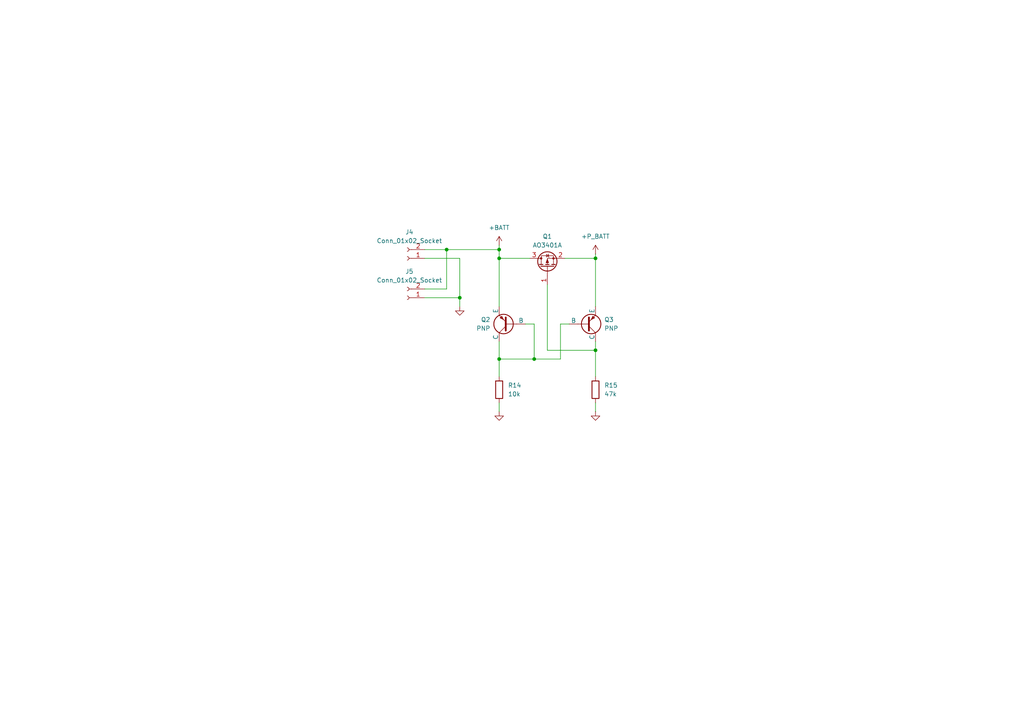
<source format=kicad_sch>
(kicad_sch
	(version 20231120)
	(generator "eeschema")
	(generator_version "8.0")
	(uuid "51c29702-ca85-4925-b7e4-7e8adf32f674")
	(paper "A4")
	(lib_symbols
		(symbol "Connector:Conn_01x02_Socket"
			(pin_names
				(offset 1.016) hide)
			(exclude_from_sim no)
			(in_bom yes)
			(on_board yes)
			(property "Reference" "J"
				(at 0 2.54 0)
				(effects
					(font
						(size 1.27 1.27)
					)
				)
			)
			(property "Value" "Conn_01x02_Socket"
				(at 0 -5.08 0)
				(effects
					(font
						(size 1.27 1.27)
					)
				)
			)
			(property "Footprint" ""
				(at 0 0 0)
				(effects
					(font
						(size 1.27 1.27)
					)
					(hide yes)
				)
			)
			(property "Datasheet" "~"
				(at 0 0 0)
				(effects
					(font
						(size 1.27 1.27)
					)
					(hide yes)
				)
			)
			(property "Description" "Generic connector, single row, 01x02, script generated"
				(at 0 0 0)
				(effects
					(font
						(size 1.27 1.27)
					)
					(hide yes)
				)
			)
			(property "ki_locked" ""
				(at 0 0 0)
				(effects
					(font
						(size 1.27 1.27)
					)
				)
			)
			(property "ki_keywords" "connector"
				(at 0 0 0)
				(effects
					(font
						(size 1.27 1.27)
					)
					(hide yes)
				)
			)
			(property "ki_fp_filters" "Connector*:*_1x??_*"
				(at 0 0 0)
				(effects
					(font
						(size 1.27 1.27)
					)
					(hide yes)
				)
			)
			(symbol "Conn_01x02_Socket_1_1"
				(arc
					(start 0 -2.032)
					(mid -0.5058 -2.54)
					(end 0 -3.048)
					(stroke
						(width 0.1524)
						(type default)
					)
					(fill
						(type none)
					)
				)
				(polyline
					(pts
						(xy -1.27 -2.54) (xy -0.508 -2.54)
					)
					(stroke
						(width 0.1524)
						(type default)
					)
					(fill
						(type none)
					)
				)
				(polyline
					(pts
						(xy -1.27 0) (xy -0.508 0)
					)
					(stroke
						(width 0.1524)
						(type default)
					)
					(fill
						(type none)
					)
				)
				(arc
					(start 0 0.508)
					(mid -0.5058 0)
					(end 0 -0.508)
					(stroke
						(width 0.1524)
						(type default)
					)
					(fill
						(type none)
					)
				)
				(pin passive line
					(at -5.08 0 0)
					(length 3.81)
					(name "Pin_1"
						(effects
							(font
								(size 1.27 1.27)
							)
						)
					)
					(number "1"
						(effects
							(font
								(size 1.27 1.27)
							)
						)
					)
				)
				(pin passive line
					(at -5.08 -2.54 0)
					(length 3.81)
					(name "Pin_2"
						(effects
							(font
								(size 1.27 1.27)
							)
						)
					)
					(number "2"
						(effects
							(font
								(size 1.27 1.27)
							)
						)
					)
				)
			)
		)
		(symbol "Device:R"
			(pin_numbers hide)
			(pin_names
				(offset 0)
			)
			(exclude_from_sim no)
			(in_bom yes)
			(on_board yes)
			(property "Reference" "R"
				(at 2.032 0 90)
				(effects
					(font
						(size 1.27 1.27)
					)
				)
			)
			(property "Value" "R"
				(at 0 0 90)
				(effects
					(font
						(size 1.27 1.27)
					)
				)
			)
			(property "Footprint" ""
				(at -1.778 0 90)
				(effects
					(font
						(size 1.27 1.27)
					)
					(hide yes)
				)
			)
			(property "Datasheet" "~"
				(at 0 0 0)
				(effects
					(font
						(size 1.27 1.27)
					)
					(hide yes)
				)
			)
			(property "Description" "Resistor"
				(at 0 0 0)
				(effects
					(font
						(size 1.27 1.27)
					)
					(hide yes)
				)
			)
			(property "ki_keywords" "R res resistor"
				(at 0 0 0)
				(effects
					(font
						(size 1.27 1.27)
					)
					(hide yes)
				)
			)
			(property "ki_fp_filters" "R_*"
				(at 0 0 0)
				(effects
					(font
						(size 1.27 1.27)
					)
					(hide yes)
				)
			)
			(symbol "R_0_1"
				(rectangle
					(start -1.016 -2.54)
					(end 1.016 2.54)
					(stroke
						(width 0.254)
						(type default)
					)
					(fill
						(type none)
					)
				)
			)
			(symbol "R_1_1"
				(pin passive line
					(at 0 3.81 270)
					(length 1.27)
					(name "~"
						(effects
							(font
								(size 1.27 1.27)
							)
						)
					)
					(number "1"
						(effects
							(font
								(size 1.27 1.27)
							)
						)
					)
				)
				(pin passive line
					(at 0 -3.81 90)
					(length 1.27)
					(name "~"
						(effects
							(font
								(size 1.27 1.27)
							)
						)
					)
					(number "2"
						(effects
							(font
								(size 1.27 1.27)
							)
						)
					)
				)
			)
		)
		(symbol "Simulation_SPICE:PNP"
			(pin_numbers hide)
			(pin_names
				(offset 0)
			)
			(exclude_from_sim no)
			(in_bom yes)
			(on_board yes)
			(property "Reference" "Q"
				(at -2.54 7.62 0)
				(effects
					(font
						(size 1.27 1.27)
					)
				)
			)
			(property "Value" "PNP"
				(at -2.54 5.08 0)
				(effects
					(font
						(size 1.27 1.27)
					)
				)
			)
			(property "Footprint" ""
				(at 35.56 0 0)
				(effects
					(font
						(size 1.27 1.27)
					)
					(hide yes)
				)
			)
			(property "Datasheet" "https://ngspice.sourceforge.io/docs/ngspice-html-manual/manual.xhtml#cha_BJTs"
				(at 35.56 0 0)
				(effects
					(font
						(size 1.27 1.27)
					)
					(hide yes)
				)
			)
			(property "Description" "Bipolar transistor symbol for simulation only, substrate tied to the emitter"
				(at 0 0 0)
				(effects
					(font
						(size 1.27 1.27)
					)
					(hide yes)
				)
			)
			(property "Sim.Device" "PNP"
				(at 0 0 0)
				(effects
					(font
						(size 1.27 1.27)
					)
					(hide yes)
				)
			)
			(property "Sim.Type" "GUMMELPOON"
				(at 0 0 0)
				(effects
					(font
						(size 1.27 1.27)
					)
					(hide yes)
				)
			)
			(property "Sim.Pins" "1=C 2=B 3=E"
				(at 0 0 0)
				(effects
					(font
						(size 1.27 1.27)
					)
					(hide yes)
				)
			)
			(property "ki_keywords" "simulation"
				(at 0 0 0)
				(effects
					(font
						(size 1.27 1.27)
					)
					(hide yes)
				)
			)
			(symbol "PNP_0_1"
				(polyline
					(pts
						(xy -2.54 0) (xy 0.635 0)
					)
					(stroke
						(width 0.1524)
						(type default)
					)
					(fill
						(type none)
					)
				)
				(polyline
					(pts
						(xy 0.635 0.635) (xy 2.54 2.54)
					)
					(stroke
						(width 0)
						(type default)
					)
					(fill
						(type none)
					)
				)
				(polyline
					(pts
						(xy 0.635 -0.635) (xy 2.54 -2.54) (xy 2.54 -2.54)
					)
					(stroke
						(width 0)
						(type default)
					)
					(fill
						(type none)
					)
				)
				(polyline
					(pts
						(xy 0.635 1.905) (xy 0.635 -1.905) (xy 0.635 -1.905)
					)
					(stroke
						(width 0.508)
						(type default)
					)
					(fill
						(type none)
					)
				)
				(polyline
					(pts
						(xy 2.286 -1.778) (xy 1.778 -2.286) (xy 1.27 -1.27) (xy 2.286 -1.778) (xy 2.286 -1.778)
					)
					(stroke
						(width 0)
						(type default)
					)
					(fill
						(type outline)
					)
				)
				(circle
					(center 1.27 0)
					(radius 2.8194)
					(stroke
						(width 0.254)
						(type default)
					)
					(fill
						(type none)
					)
				)
			)
			(symbol "PNP_1_1"
				(pin open_collector line
					(at 2.54 5.08 270)
					(length 2.54)
					(name "C"
						(effects
							(font
								(size 1.27 1.27)
							)
						)
					)
					(number "1"
						(effects
							(font
								(size 1.27 1.27)
							)
						)
					)
				)
				(pin input line
					(at -5.08 0 0)
					(length 2.54)
					(name "B"
						(effects
							(font
								(size 1.27 1.27)
							)
						)
					)
					(number "2"
						(effects
							(font
								(size 1.27 1.27)
							)
						)
					)
				)
				(pin open_emitter line
					(at 2.54 -5.08 90)
					(length 2.54)
					(name "E"
						(effects
							(font
								(size 1.27 1.27)
							)
						)
					)
					(number "3"
						(effects
							(font
								(size 1.27 1.27)
							)
						)
					)
				)
			)
		)
		(symbol "Transistor_FET:AO3401A"
			(pin_names hide)
			(exclude_from_sim no)
			(in_bom yes)
			(on_board yes)
			(property "Reference" "Q"
				(at 5.08 1.905 0)
				(effects
					(font
						(size 1.27 1.27)
					)
					(justify left)
				)
			)
			(property "Value" "AO3401A"
				(at 5.08 0 0)
				(effects
					(font
						(size 1.27 1.27)
					)
					(justify left)
				)
			)
			(property "Footprint" "Package_TO_SOT_SMD:SOT-23"
				(at 5.08 -1.905 0)
				(effects
					(font
						(size 1.27 1.27)
						(italic yes)
					)
					(justify left)
					(hide yes)
				)
			)
			(property "Datasheet" "http://www.aosmd.com/pdfs/datasheet/AO3401A.pdf"
				(at 5.08 -3.81 0)
				(effects
					(font
						(size 1.27 1.27)
					)
					(justify left)
					(hide yes)
				)
			)
			(property "Description" "-4.0A Id, -30V Vds, P-Channel MOSFET, SOT-23"
				(at 0 0 0)
				(effects
					(font
						(size 1.27 1.27)
					)
					(hide yes)
				)
			)
			(property "ki_keywords" "P-Channel MOSFET"
				(at 0 0 0)
				(effects
					(font
						(size 1.27 1.27)
					)
					(hide yes)
				)
			)
			(property "ki_fp_filters" "SOT?23*"
				(at 0 0 0)
				(effects
					(font
						(size 1.27 1.27)
					)
					(hide yes)
				)
			)
			(symbol "AO3401A_0_1"
				(polyline
					(pts
						(xy 0.254 0) (xy -2.54 0)
					)
					(stroke
						(width 0)
						(type default)
					)
					(fill
						(type none)
					)
				)
				(polyline
					(pts
						(xy 0.254 1.905) (xy 0.254 -1.905)
					)
					(stroke
						(width 0.254)
						(type default)
					)
					(fill
						(type none)
					)
				)
				(polyline
					(pts
						(xy 0.762 -1.27) (xy 0.762 -2.286)
					)
					(stroke
						(width 0.254)
						(type default)
					)
					(fill
						(type none)
					)
				)
				(polyline
					(pts
						(xy 0.762 0.508) (xy 0.762 -0.508)
					)
					(stroke
						(width 0.254)
						(type default)
					)
					(fill
						(type none)
					)
				)
				(polyline
					(pts
						(xy 0.762 2.286) (xy 0.762 1.27)
					)
					(stroke
						(width 0.254)
						(type default)
					)
					(fill
						(type none)
					)
				)
				(polyline
					(pts
						(xy 2.54 2.54) (xy 2.54 1.778)
					)
					(stroke
						(width 0)
						(type default)
					)
					(fill
						(type none)
					)
				)
				(polyline
					(pts
						(xy 2.54 -2.54) (xy 2.54 0) (xy 0.762 0)
					)
					(stroke
						(width 0)
						(type default)
					)
					(fill
						(type none)
					)
				)
				(polyline
					(pts
						(xy 0.762 1.778) (xy 3.302 1.778) (xy 3.302 -1.778) (xy 0.762 -1.778)
					)
					(stroke
						(width 0)
						(type default)
					)
					(fill
						(type none)
					)
				)
				(polyline
					(pts
						(xy 2.286 0) (xy 1.27 0.381) (xy 1.27 -0.381) (xy 2.286 0)
					)
					(stroke
						(width 0)
						(type default)
					)
					(fill
						(type outline)
					)
				)
				(polyline
					(pts
						(xy 2.794 -0.508) (xy 2.921 -0.381) (xy 3.683 -0.381) (xy 3.81 -0.254)
					)
					(stroke
						(width 0)
						(type default)
					)
					(fill
						(type none)
					)
				)
				(polyline
					(pts
						(xy 3.302 -0.381) (xy 2.921 0.254) (xy 3.683 0.254) (xy 3.302 -0.381)
					)
					(stroke
						(width 0)
						(type default)
					)
					(fill
						(type none)
					)
				)
				(circle
					(center 1.651 0)
					(radius 2.794)
					(stroke
						(width 0.254)
						(type default)
					)
					(fill
						(type none)
					)
				)
				(circle
					(center 2.54 -1.778)
					(radius 0.254)
					(stroke
						(width 0)
						(type default)
					)
					(fill
						(type outline)
					)
				)
				(circle
					(center 2.54 1.778)
					(radius 0.254)
					(stroke
						(width 0)
						(type default)
					)
					(fill
						(type outline)
					)
				)
			)
			(symbol "AO3401A_1_1"
				(pin input line
					(at -5.08 0 0)
					(length 2.54)
					(name "G"
						(effects
							(font
								(size 1.27 1.27)
							)
						)
					)
					(number "1"
						(effects
							(font
								(size 1.27 1.27)
							)
						)
					)
				)
				(pin passive line
					(at 2.54 -5.08 90)
					(length 2.54)
					(name "S"
						(effects
							(font
								(size 1.27 1.27)
							)
						)
					)
					(number "2"
						(effects
							(font
								(size 1.27 1.27)
							)
						)
					)
				)
				(pin passive line
					(at 2.54 5.08 270)
					(length 2.54)
					(name "D"
						(effects
							(font
								(size 1.27 1.27)
							)
						)
					)
					(number "3"
						(effects
							(font
								(size 1.27 1.27)
							)
						)
					)
				)
			)
		)
		(symbol "power:+BATT"
			(power)
			(pin_numbers hide)
			(pin_names
				(offset 0) hide)
			(exclude_from_sim no)
			(in_bom yes)
			(on_board yes)
			(property "Reference" "#PWR"
				(at 0 -3.81 0)
				(effects
					(font
						(size 1.27 1.27)
					)
					(hide yes)
				)
			)
			(property "Value" "+BATT"
				(at 0 3.556 0)
				(effects
					(font
						(size 1.27 1.27)
					)
				)
			)
			(property "Footprint" ""
				(at 0 0 0)
				(effects
					(font
						(size 1.27 1.27)
					)
					(hide yes)
				)
			)
			(property "Datasheet" ""
				(at 0 0 0)
				(effects
					(font
						(size 1.27 1.27)
					)
					(hide yes)
				)
			)
			(property "Description" "Power symbol creates a global label with name \"+BATT\""
				(at 0 0 0)
				(effects
					(font
						(size 1.27 1.27)
					)
					(hide yes)
				)
			)
			(property "ki_keywords" "global power battery"
				(at 0 0 0)
				(effects
					(font
						(size 1.27 1.27)
					)
					(hide yes)
				)
			)
			(symbol "+BATT_0_1"
				(polyline
					(pts
						(xy -0.762 1.27) (xy 0 2.54)
					)
					(stroke
						(width 0)
						(type default)
					)
					(fill
						(type none)
					)
				)
				(polyline
					(pts
						(xy 0 0) (xy 0 2.54)
					)
					(stroke
						(width 0)
						(type default)
					)
					(fill
						(type none)
					)
				)
				(polyline
					(pts
						(xy 0 2.54) (xy 0.762 1.27)
					)
					(stroke
						(width 0)
						(type default)
					)
					(fill
						(type none)
					)
				)
			)
			(symbol "+BATT_1_1"
				(pin power_in line
					(at 0 0 90)
					(length 0)
					(name "~"
						(effects
							(font
								(size 1.27 1.27)
							)
						)
					)
					(number "1"
						(effects
							(font
								(size 1.27 1.27)
							)
						)
					)
				)
			)
		)
		(symbol "power:GND"
			(power)
			(pin_numbers hide)
			(pin_names
				(offset 0) hide)
			(exclude_from_sim no)
			(in_bom yes)
			(on_board yes)
			(property "Reference" "#PWR"
				(at 0 -6.35 0)
				(effects
					(font
						(size 1.27 1.27)
					)
					(hide yes)
				)
			)
			(property "Value" "GND"
				(at 0 -3.81 0)
				(effects
					(font
						(size 1.27 1.27)
					)
				)
			)
			(property "Footprint" ""
				(at 0 0 0)
				(effects
					(font
						(size 1.27 1.27)
					)
					(hide yes)
				)
			)
			(property "Datasheet" ""
				(at 0 0 0)
				(effects
					(font
						(size 1.27 1.27)
					)
					(hide yes)
				)
			)
			(property "Description" "Power symbol creates a global label with name \"GND\" , ground"
				(at 0 0 0)
				(effects
					(font
						(size 1.27 1.27)
					)
					(hide yes)
				)
			)
			(property "ki_keywords" "global power"
				(at 0 0 0)
				(effects
					(font
						(size 1.27 1.27)
					)
					(hide yes)
				)
			)
			(symbol "GND_0_1"
				(polyline
					(pts
						(xy 0 0) (xy 0 -1.27) (xy 1.27 -1.27) (xy 0 -2.54) (xy -1.27 -1.27) (xy 0 -1.27)
					)
					(stroke
						(width 0)
						(type default)
					)
					(fill
						(type none)
					)
				)
			)
			(symbol "GND_1_1"
				(pin power_in line
					(at 0 0 270)
					(length 0)
					(name "~"
						(effects
							(font
								(size 1.27 1.27)
							)
						)
					)
					(number "1"
						(effects
							(font
								(size 1.27 1.27)
							)
						)
					)
				)
			)
		)
	)
	(junction
		(at 144.78 72.39)
		(diameter 0)
		(color 0 0 0 0)
		(uuid "04b06761-a80d-440c-8618-98d0fca1e313")
	)
	(junction
		(at 129.54 72.39)
		(diameter 0)
		(color 0 0 0 0)
		(uuid "3bbff239-a9c3-45ce-8971-8b5bee8f49ec")
	)
	(junction
		(at 172.72 74.93)
		(diameter 0)
		(color 0 0 0 0)
		(uuid "75c61e7c-86ab-4420-889f-af6fc56c2038")
	)
	(junction
		(at 154.94 104.14)
		(diameter 0)
		(color 0 0 0 0)
		(uuid "935e3aa3-22be-4aa9-b263-29dbe26d5aae")
	)
	(junction
		(at 144.78 104.14)
		(diameter 0)
		(color 0 0 0 0)
		(uuid "9b58cbf9-2536-4107-bb54-00845f5746cf")
	)
	(junction
		(at 144.78 74.93)
		(diameter 0)
		(color 0 0 0 0)
		(uuid "a9c90890-8cfa-4181-9444-9fe756d21848")
	)
	(junction
		(at 133.35 86.36)
		(diameter 0)
		(color 0 0 0 0)
		(uuid "e40fdb09-e36a-4a92-a91f-2c5233fee951")
	)
	(junction
		(at 172.72 101.6)
		(diameter 0)
		(color 0 0 0 0)
		(uuid "f6938f90-3b8e-4274-98d2-c29cb0bc06c5")
	)
	(wire
		(pts
			(xy 144.78 116.84) (xy 144.78 119.38)
		)
		(stroke
			(width 0)
			(type default)
		)
		(uuid "025e48ea-7dd1-4f97-a533-ad285fa2139f")
	)
	(wire
		(pts
			(xy 158.75 82.55) (xy 158.75 101.6)
		)
		(stroke
			(width 0)
			(type default)
		)
		(uuid "0595569b-33e9-405b-9c3b-27d188b5daaa")
	)
	(wire
		(pts
			(xy 154.94 104.14) (xy 144.78 104.14)
		)
		(stroke
			(width 0)
			(type default)
		)
		(uuid "05a29def-51c0-4ec5-9b9e-b9a2a56f95e0")
	)
	(wire
		(pts
			(xy 172.72 116.84) (xy 172.72 119.38)
		)
		(stroke
			(width 0)
			(type default)
		)
		(uuid "106acd85-f667-4b54-bc07-ef0d5ce31a8a")
	)
	(wire
		(pts
			(xy 129.54 83.82) (xy 129.54 72.39)
		)
		(stroke
			(width 0)
			(type default)
		)
		(uuid "15bca004-5659-4289-976b-8be8d8f29273")
	)
	(wire
		(pts
			(xy 165.1 93.98) (xy 162.56 93.98)
		)
		(stroke
			(width 0)
			(type default)
		)
		(uuid "16abe00f-69a1-44b5-b3ba-b46e32084604")
	)
	(wire
		(pts
			(xy 144.78 74.93) (xy 144.78 88.9)
		)
		(stroke
			(width 0)
			(type default)
		)
		(uuid "19fdcb3c-2241-421f-80f6-69d13ad84a6f")
	)
	(wire
		(pts
			(xy 123.19 72.39) (xy 129.54 72.39)
		)
		(stroke
			(width 0)
			(type default)
		)
		(uuid "22af9abf-5d8f-4330-902e-06a520421595")
	)
	(wire
		(pts
			(xy 123.19 74.93) (xy 133.35 74.93)
		)
		(stroke
			(width 0)
			(type default)
		)
		(uuid "24e58a40-6990-4a6a-b3f0-7738abac1c71")
	)
	(wire
		(pts
			(xy 172.72 99.06) (xy 172.72 101.6)
		)
		(stroke
			(width 0)
			(type default)
		)
		(uuid "2e202170-0658-4d77-b78e-875249459e78")
	)
	(wire
		(pts
			(xy 172.72 73.66) (xy 172.72 74.93)
		)
		(stroke
			(width 0)
			(type default)
		)
		(uuid "5c934674-1f3b-473a-a870-e89a16d66939")
	)
	(wire
		(pts
			(xy 144.78 72.39) (xy 144.78 74.93)
		)
		(stroke
			(width 0)
			(type default)
		)
		(uuid "643bdb15-e88d-4d11-8066-bf2240184b35")
	)
	(wire
		(pts
			(xy 172.72 74.93) (xy 163.83 74.93)
		)
		(stroke
			(width 0)
			(type default)
		)
		(uuid "742fc062-6786-4812-b27e-405c075eba25")
	)
	(wire
		(pts
			(xy 172.72 101.6) (xy 172.72 109.22)
		)
		(stroke
			(width 0)
			(type default)
		)
		(uuid "7b2da3bb-1fd4-4ff8-81f0-f61a4a279e64")
	)
	(wire
		(pts
			(xy 154.94 93.98) (xy 154.94 104.14)
		)
		(stroke
			(width 0)
			(type default)
		)
		(uuid "7ba79db4-936a-40f1-9629-1ca40afa985f")
	)
	(wire
		(pts
			(xy 144.78 74.93) (xy 153.67 74.93)
		)
		(stroke
			(width 0)
			(type default)
		)
		(uuid "7c65dfe9-4087-436a-9621-117e38a42f38")
	)
	(wire
		(pts
			(xy 123.19 86.36) (xy 133.35 86.36)
		)
		(stroke
			(width 0)
			(type default)
		)
		(uuid "8001a14b-b6dd-45c0-844e-2bd816fa2ee5")
	)
	(wire
		(pts
			(xy 172.72 74.93) (xy 172.72 88.9)
		)
		(stroke
			(width 0)
			(type default)
		)
		(uuid "8172bc7d-1506-4e18-b8f3-f2a063e7e53f")
	)
	(wire
		(pts
			(xy 133.35 74.93) (xy 133.35 86.36)
		)
		(stroke
			(width 0)
			(type default)
		)
		(uuid "83fedca3-1375-471c-ae99-c580d17b425a")
	)
	(wire
		(pts
			(xy 144.78 104.14) (xy 144.78 109.22)
		)
		(stroke
			(width 0)
			(type default)
		)
		(uuid "9fe642f1-5014-43ef-8742-f18ee48ea74d")
	)
	(wire
		(pts
			(xy 144.78 71.12) (xy 144.78 72.39)
		)
		(stroke
			(width 0)
			(type default)
		)
		(uuid "b245fd64-bfe6-4f2e-a50b-fa0747927ec6")
	)
	(wire
		(pts
			(xy 162.56 93.98) (xy 162.56 104.14)
		)
		(stroke
			(width 0)
			(type default)
		)
		(uuid "b517a672-7b6f-424f-81a6-cf4159cc733f")
	)
	(wire
		(pts
			(xy 133.35 86.36) (xy 133.35 88.9)
		)
		(stroke
			(width 0)
			(type default)
		)
		(uuid "b792efb9-24f7-4b56-ab24-82da3353d58c")
	)
	(wire
		(pts
			(xy 129.54 72.39) (xy 144.78 72.39)
		)
		(stroke
			(width 0)
			(type default)
		)
		(uuid "c8447477-1ebd-4e49-b98c-f9fa04e2d883")
	)
	(wire
		(pts
			(xy 152.4 93.98) (xy 154.94 93.98)
		)
		(stroke
			(width 0)
			(type default)
		)
		(uuid "dadafa0e-20f3-45e8-b62c-cfa2bbd1058a")
	)
	(wire
		(pts
			(xy 144.78 99.06) (xy 144.78 104.14)
		)
		(stroke
			(width 0)
			(type default)
		)
		(uuid "dc1b2237-adcd-4932-8ba5-6a315699f9e8")
	)
	(wire
		(pts
			(xy 162.56 104.14) (xy 154.94 104.14)
		)
		(stroke
			(width 0)
			(type default)
		)
		(uuid "e2dba397-b25b-41e2-beb5-bab842240b9a")
	)
	(wire
		(pts
			(xy 123.19 83.82) (xy 129.54 83.82)
		)
		(stroke
			(width 0)
			(type default)
		)
		(uuid "e5467030-1272-4a5d-a292-82dabd342232")
	)
	(wire
		(pts
			(xy 158.75 101.6) (xy 172.72 101.6)
		)
		(stroke
			(width 0)
			(type default)
		)
		(uuid "eb15c04f-275a-4231-9027-8d8ab32fec8a")
	)
	(symbol
		(lib_id "power:+BATT")
		(at 144.78 71.12 0)
		(unit 1)
		(exclude_from_sim no)
		(in_bom yes)
		(on_board yes)
		(dnp no)
		(fields_autoplaced yes)
		(uuid "056dc9e4-3bd2-4dd3-8c5f-ec8103c3c18a")
		(property "Reference" "#PWR046"
			(at 144.78 74.93 0)
			(effects
				(font
					(size 1.27 1.27)
				)
				(hide yes)
			)
		)
		(property "Value" "+BATT"
			(at 144.78 66.04 0)
			(effects
				(font
					(size 1.27 1.27)
				)
			)
		)
		(property "Footprint" ""
			(at 144.78 71.12 0)
			(effects
				(font
					(size 1.27 1.27)
				)
				(hide yes)
			)
		)
		(property "Datasheet" ""
			(at 144.78 71.12 0)
			(effects
				(font
					(size 1.27 1.27)
				)
				(hide yes)
			)
		)
		(property "Description" "Power symbol creates a global label with name \"+BATT\""
			(at 144.78 71.12 0)
			(effects
				(font
					(size 1.27 1.27)
				)
				(hide yes)
			)
		)
		(pin "1"
			(uuid "2d50bd01-ee31-4d67-b556-51d6f6b429b4")
		)
		(instances
			(project ""
				(path "/9f0161d0-326e-4ea6-b280-8727e2fd4ed6/6337b869-cbba-4fc8-9285-22cac5a7eab1"
					(reference "#PWR046")
					(unit 1)
				)
			)
		)
	)
	(symbol
		(lib_id "power:GND")
		(at 144.78 119.38 0)
		(unit 1)
		(exclude_from_sim no)
		(in_bom yes)
		(on_board yes)
		(dnp no)
		(fields_autoplaced yes)
		(uuid "144a1265-4b21-4328-8167-b4c9e9dd5626")
		(property "Reference" "#PWR048"
			(at 144.78 125.73 0)
			(effects
				(font
					(size 1.27 1.27)
				)
				(hide yes)
			)
		)
		(property "Value" "GND"
			(at 144.78 124.46 0)
			(effects
				(font
					(size 1.27 1.27)
				)
				(hide yes)
			)
		)
		(property "Footprint" ""
			(at 144.78 119.38 0)
			(effects
				(font
					(size 1.27 1.27)
				)
				(hide yes)
			)
		)
		(property "Datasheet" ""
			(at 144.78 119.38 0)
			(effects
				(font
					(size 1.27 1.27)
				)
				(hide yes)
			)
		)
		(property "Description" "Power symbol creates a global label with name \"GND\" , ground"
			(at 144.78 119.38 0)
			(effects
				(font
					(size 1.27 1.27)
				)
				(hide yes)
			)
		)
		(pin "1"
			(uuid "2dbcbc90-a8a1-4d90-956d-7d10db769af9")
		)
		(instances
			(project "V1.02"
				(path "/9f0161d0-326e-4ea6-b280-8727e2fd4ed6/6337b869-cbba-4fc8-9285-22cac5a7eab1"
					(reference "#PWR048")
					(unit 1)
				)
			)
		)
	)
	(symbol
		(lib_id "Transistor_FET:AO3401A")
		(at 158.75 77.47 90)
		(unit 1)
		(exclude_from_sim no)
		(in_bom yes)
		(on_board yes)
		(dnp no)
		(fields_autoplaced yes)
		(uuid "145a1924-033c-462a-9af6-aca1247dcf0d")
		(property "Reference" "Q1"
			(at 158.75 68.58 90)
			(effects
				(font
					(size 1.27 1.27)
				)
			)
		)
		(property "Value" "AO3401A"
			(at 158.75 71.12 90)
			(effects
				(font
					(size 1.27 1.27)
				)
			)
		)
		(property "Footprint" "Package_TO_SOT_SMD:SOT-23"
			(at 160.655 72.39 0)
			(effects
				(font
					(size 1.27 1.27)
					(italic yes)
				)
				(justify left)
				(hide yes)
			)
		)
		(property "Datasheet" "http://www.aosmd.com/pdfs/datasheet/AO3401A.pdf"
			(at 162.56 72.39 0)
			(effects
				(font
					(size 1.27 1.27)
				)
				(justify left)
				(hide yes)
			)
		)
		(property "Description" "-4.0A Id, -30V Vds, P-Channel MOSFET, SOT-23"
			(at 158.75 77.47 0)
			(effects
				(font
					(size 1.27 1.27)
				)
				(hide yes)
			)
		)
		(pin "1"
			(uuid "e135add8-72c4-4f30-9fdd-5324588ae78f")
		)
		(pin "3"
			(uuid "d4eeb5b8-9fc8-49ae-b600-4c65482dd157")
		)
		(pin "2"
			(uuid "24c4ae3b-11fb-400b-b88f-a4576047dfb6")
		)
		(instances
			(project ""
				(path "/9f0161d0-326e-4ea6-b280-8727e2fd4ed6/6337b869-cbba-4fc8-9285-22cac5a7eab1"
					(reference "Q1")
					(unit 1)
				)
			)
		)
	)
	(symbol
		(lib_id "Simulation_SPICE:PNP")
		(at 170.18 93.98 0)
		(mirror x)
		(unit 1)
		(exclude_from_sim no)
		(in_bom yes)
		(on_board yes)
		(dnp no)
		(uuid "30b86d56-73ac-4fe1-b2d1-7f6146c07044")
		(property "Reference" "Q3"
			(at 175.26 92.7099 0)
			(effects
				(font
					(size 1.27 1.27)
				)
				(justify left)
			)
		)
		(property "Value" "PNP"
			(at 175.26 95.2499 0)
			(effects
				(font
					(size 1.27 1.27)
				)
				(justify left)
			)
		)
		(property "Footprint" "Package_TO_SOT_SMD:TSOT-23_HandSoldering"
			(at 205.74 93.98 0)
			(effects
				(font
					(size 1.27 1.27)
				)
				(hide yes)
			)
		)
		(property "Datasheet" "https://ngspice.sourceforge.io/docs/ngspice-html-manual/manual.xhtml#cha_BJTs"
			(at 205.74 93.98 0)
			(effects
				(font
					(size 1.27 1.27)
				)
				(hide yes)
			)
		)
		(property "Description" "Bipolar transistor symbol for simulation only, substrate tied to the emitter"
			(at 170.18 93.98 0)
			(effects
				(font
					(size 1.27 1.27)
				)
				(hide yes)
			)
		)
		(property "Sim.Device" "PNP"
			(at 170.18 93.98 0)
			(effects
				(font
					(size 1.27 1.27)
				)
				(hide yes)
			)
		)
		(property "Sim.Type" "GUMMELPOON"
			(at 170.18 93.98 0)
			(effects
				(font
					(size 1.27 1.27)
				)
				(hide yes)
			)
		)
		(property "Sim.Pins" "1=C 2=B 3=E"
			(at 170.18 93.98 0)
			(effects
				(font
					(size 1.27 1.27)
				)
				(hide yes)
			)
		)
		(pin "2"
			(uuid "53810c78-6b75-4709-b1a4-ba17db889915")
		)
		(pin "3"
			(uuid "c9426536-6d5a-4b35-95fc-d238597402ee")
		)
		(pin "1"
			(uuid "1bbd1713-d572-4577-9ce8-14feb9a30d86")
		)
		(instances
			(project "V1.02"
				(path "/9f0161d0-326e-4ea6-b280-8727e2fd4ed6/6337b869-cbba-4fc8-9285-22cac5a7eab1"
					(reference "Q3")
					(unit 1)
				)
			)
		)
	)
	(symbol
		(lib_id "Simulation_SPICE:PNP")
		(at 147.32 93.98 180)
		(unit 1)
		(exclude_from_sim no)
		(in_bom yes)
		(on_board yes)
		(dnp no)
		(fields_autoplaced yes)
		(uuid "33fc120e-fbf1-4477-ac4a-5db0985a2c5e")
		(property "Reference" "Q2"
			(at 142.24 92.7099 0)
			(effects
				(font
					(size 1.27 1.27)
				)
				(justify left)
			)
		)
		(property "Value" "PNP"
			(at 142.24 95.2499 0)
			(effects
				(font
					(size 1.27 1.27)
				)
				(justify left)
			)
		)
		(property "Footprint" "Package_TO_SOT_SMD:TSOT-23_HandSoldering"
			(at 111.76 93.98 0)
			(effects
				(font
					(size 1.27 1.27)
				)
				(hide yes)
			)
		)
		(property "Datasheet" "https://ngspice.sourceforge.io/docs/ngspice-html-manual/manual.xhtml#cha_BJTs"
			(at 111.76 93.98 0)
			(effects
				(font
					(size 1.27 1.27)
				)
				(hide yes)
			)
		)
		(property "Description" "Bipolar transistor symbol for simulation only, substrate tied to the emitter"
			(at 147.32 93.98 0)
			(effects
				(font
					(size 1.27 1.27)
				)
				(hide yes)
			)
		)
		(property "Sim.Device" "PNP"
			(at 147.32 93.98 0)
			(effects
				(font
					(size 1.27 1.27)
				)
				(hide yes)
			)
		)
		(property "Sim.Type" "GUMMELPOON"
			(at 147.32 93.98 0)
			(effects
				(font
					(size 1.27 1.27)
				)
				(hide yes)
			)
		)
		(property "Sim.Pins" "1=C 2=B 3=E"
			(at 147.32 93.98 0)
			(effects
				(font
					(size 1.27 1.27)
				)
				(hide yes)
			)
		)
		(pin "2"
			(uuid "a4ae2051-dc09-4fa6-a993-3f415ed42398")
		)
		(pin "3"
			(uuid "44e16fd2-5dc6-4b1f-bf3e-e364ccde117a")
		)
		(pin "1"
			(uuid "9029ec85-854d-4c8e-9ea4-6ed77f992950")
		)
		(instances
			(project ""
				(path "/9f0161d0-326e-4ea6-b280-8727e2fd4ed6/6337b869-cbba-4fc8-9285-22cac5a7eab1"
					(reference "Q2")
					(unit 1)
				)
			)
		)
	)
	(symbol
		(lib_id "power:GND")
		(at 133.35 88.9 0)
		(unit 1)
		(exclude_from_sim no)
		(in_bom yes)
		(on_board yes)
		(dnp no)
		(fields_autoplaced yes)
		(uuid "4b07fe64-0036-425a-bd8f-e1de61180f80")
		(property "Reference" "#PWR037"
			(at 133.35 95.25 0)
			(effects
				(font
					(size 1.27 1.27)
				)
				(hide yes)
			)
		)
		(property "Value" "GND"
			(at 133.35 93.98 0)
			(effects
				(font
					(size 1.27 1.27)
				)
				(hide yes)
			)
		)
		(property "Footprint" ""
			(at 133.35 88.9 0)
			(effects
				(font
					(size 1.27 1.27)
				)
				(hide yes)
			)
		)
		(property "Datasheet" ""
			(at 133.35 88.9 0)
			(effects
				(font
					(size 1.27 1.27)
				)
				(hide yes)
			)
		)
		(property "Description" "Power symbol creates a global label with name \"GND\" , ground"
			(at 133.35 88.9 0)
			(effects
				(font
					(size 1.27 1.27)
				)
				(hide yes)
			)
		)
		(pin "1"
			(uuid "34567126-8f00-4440-8769-bbcf2e326697")
		)
		(instances
			(project "V1.02"
				(path "/9f0161d0-326e-4ea6-b280-8727e2fd4ed6/6337b869-cbba-4fc8-9285-22cac5a7eab1"
					(reference "#PWR037")
					(unit 1)
				)
			)
		)
	)
	(symbol
		(lib_id "Device:R")
		(at 144.78 113.03 0)
		(unit 1)
		(exclude_from_sim no)
		(in_bom yes)
		(on_board yes)
		(dnp no)
		(fields_autoplaced yes)
		(uuid "51ed27d0-8092-4969-ad1d-afd41a57fe37")
		(property "Reference" "R14"
			(at 147.32 111.7599 0)
			(effects
				(font
					(size 1.27 1.27)
				)
				(justify left)
			)
		)
		(property "Value" "10k"
			(at 147.32 114.2999 0)
			(effects
				(font
					(size 1.27 1.27)
				)
				(justify left)
			)
		)
		(property "Footprint" "Resistor_SMD:R_0402_1005Metric"
			(at 143.002 113.03 90)
			(effects
				(font
					(size 1.27 1.27)
				)
				(hide yes)
			)
		)
		(property "Datasheet" "~"
			(at 144.78 113.03 0)
			(effects
				(font
					(size 1.27 1.27)
				)
				(hide yes)
			)
		)
		(property "Description" "Resistor"
			(at 144.78 113.03 0)
			(effects
				(font
					(size 1.27 1.27)
				)
				(hide yes)
			)
		)
		(pin "1"
			(uuid "7f3847a1-3509-4e02-b5a0-78ffc426d023")
		)
		(pin "2"
			(uuid "2510a659-2207-4f39-9d45-e5231288ff01")
		)
		(instances
			(project ""
				(path "/9f0161d0-326e-4ea6-b280-8727e2fd4ed6/6337b869-cbba-4fc8-9285-22cac5a7eab1"
					(reference "R14")
					(unit 1)
				)
			)
		)
	)
	(symbol
		(lib_id "power:GND")
		(at 172.72 119.38 0)
		(unit 1)
		(exclude_from_sim no)
		(in_bom yes)
		(on_board yes)
		(dnp no)
		(fields_autoplaced yes)
		(uuid "8982b5ad-5206-467f-8622-f3a4083aaa08")
		(property "Reference" "#PWR049"
			(at 172.72 125.73 0)
			(effects
				(font
					(size 1.27 1.27)
				)
				(hide yes)
			)
		)
		(property "Value" "GND"
			(at 172.72 124.46 0)
			(effects
				(font
					(size 1.27 1.27)
				)
				(hide yes)
			)
		)
		(property "Footprint" ""
			(at 172.72 119.38 0)
			(effects
				(font
					(size 1.27 1.27)
				)
				(hide yes)
			)
		)
		(property "Datasheet" ""
			(at 172.72 119.38 0)
			(effects
				(font
					(size 1.27 1.27)
				)
				(hide yes)
			)
		)
		(property "Description" "Power symbol creates a global label with name \"GND\" , ground"
			(at 172.72 119.38 0)
			(effects
				(font
					(size 1.27 1.27)
				)
				(hide yes)
			)
		)
		(pin "1"
			(uuid "ccdc40f9-3b7f-4725-a085-c19e72f32179")
		)
		(instances
			(project "V1.02"
				(path "/9f0161d0-326e-4ea6-b280-8727e2fd4ed6/6337b869-cbba-4fc8-9285-22cac5a7eab1"
					(reference "#PWR049")
					(unit 1)
				)
			)
		)
	)
	(symbol
		(lib_id "Device:R")
		(at 172.72 113.03 0)
		(unit 1)
		(exclude_from_sim no)
		(in_bom yes)
		(on_board yes)
		(dnp no)
		(fields_autoplaced yes)
		(uuid "a8d33021-518b-437d-909c-726557ae250c")
		(property "Reference" "R15"
			(at 175.26 111.7599 0)
			(effects
				(font
					(size 1.27 1.27)
				)
				(justify left)
			)
		)
		(property "Value" "47k"
			(at 175.26 114.2999 0)
			(effects
				(font
					(size 1.27 1.27)
				)
				(justify left)
			)
		)
		(property "Footprint" "Resistor_SMD:R_0402_1005Metric"
			(at 170.942 113.03 90)
			(effects
				(font
					(size 1.27 1.27)
				)
				(hide yes)
			)
		)
		(property "Datasheet" "~"
			(at 172.72 113.03 0)
			(effects
				(font
					(size 1.27 1.27)
				)
				(hide yes)
			)
		)
		(property "Description" "Resistor"
			(at 172.72 113.03 0)
			(effects
				(font
					(size 1.27 1.27)
				)
				(hide yes)
			)
		)
		(pin "1"
			(uuid "2a3944d3-f4ca-4508-87f2-f11dc262f1c8")
		)
		(pin "2"
			(uuid "7bb2d9ea-e07c-4a63-bb04-33e57a84160c")
		)
		(instances
			(project "V1.02"
				(path "/9f0161d0-326e-4ea6-b280-8727e2fd4ed6/6337b869-cbba-4fc8-9285-22cac5a7eab1"
					(reference "R15")
					(unit 1)
				)
			)
		)
	)
	(symbol
		(lib_id "Connector:Conn_01x02_Socket")
		(at 118.11 86.36 180)
		(unit 1)
		(exclude_from_sim no)
		(in_bom yes)
		(on_board yes)
		(dnp no)
		(fields_autoplaced yes)
		(uuid "b7bd9a47-ffef-459b-9310-66cb0f45ee50")
		(property "Reference" "J5"
			(at 118.745 78.74 0)
			(effects
				(font
					(size 1.27 1.27)
				)
			)
		)
		(property "Value" "Conn_01x02_Socket"
			(at 118.745 81.28 0)
			(effects
				(font
					(size 1.27 1.27)
				)
			)
		)
		(property "Footprint" "Connector_AMASS:AMASS_XT30PW-M_1x02_P2.50mm_Horizontal"
			(at 118.11 86.36 0)
			(effects
				(font
					(size 1.27 1.27)
				)
				(hide yes)
			)
		)
		(property "Datasheet" "~"
			(at 118.11 86.36 0)
			(effects
				(font
					(size 1.27 1.27)
				)
				(hide yes)
			)
		)
		(property "Description" "Generic connector, single row, 01x02, script generated"
			(at 118.11 86.36 0)
			(effects
				(font
					(size 1.27 1.27)
				)
				(hide yes)
			)
		)
		(pin "1"
			(uuid "901db411-b29b-4fc0-93f2-2cf30c87075b")
		)
		(pin "2"
			(uuid "5935bddb-60e3-4fff-b4a6-e487a76d1f55")
		)
		(instances
			(project "V1.02"
				(path "/9f0161d0-326e-4ea6-b280-8727e2fd4ed6/6337b869-cbba-4fc8-9285-22cac5a7eab1"
					(reference "J5")
					(unit 1)
				)
			)
		)
	)
	(symbol
		(lib_id "Connector:Conn_01x02_Socket")
		(at 118.11 74.93 180)
		(unit 1)
		(exclude_from_sim no)
		(in_bom yes)
		(on_board yes)
		(dnp no)
		(fields_autoplaced yes)
		(uuid "c60eae44-d738-402d-b174-8c894ea35b32")
		(property "Reference" "J4"
			(at 118.745 67.31 0)
			(effects
				(font
					(size 1.27 1.27)
				)
			)
		)
		(property "Value" "Conn_01x02_Socket"
			(at 118.745 69.85 0)
			(effects
				(font
					(size 1.27 1.27)
				)
			)
		)
		(property "Footprint" "Connector_AMASS:AMASS_XT30PW-M_1x02_P2.50mm_Horizontal"
			(at 118.11 74.93 0)
			(effects
				(font
					(size 1.27 1.27)
				)
				(hide yes)
			)
		)
		(property "Datasheet" "~"
			(at 118.11 74.93 0)
			(effects
				(font
					(size 1.27 1.27)
				)
				(hide yes)
			)
		)
		(property "Description" "Generic connector, single row, 01x02, script generated"
			(at 118.11 74.93 0)
			(effects
				(font
					(size 1.27 1.27)
				)
				(hide yes)
			)
		)
		(pin "1"
			(uuid "e8b1240c-d8d2-45d8-aab6-a0a89c232e71")
		)
		(pin "2"
			(uuid "b2718ab8-856e-4a8b-b3ac-a20573af8e47")
		)
		(instances
			(project ""
				(path "/9f0161d0-326e-4ea6-b280-8727e2fd4ed6/6337b869-cbba-4fc8-9285-22cac5a7eab1"
					(reference "J4")
					(unit 1)
				)
			)
		)
	)
	(symbol
		(lib_id "power:+BATT")
		(at 172.72 73.66 0)
		(unit 1)
		(exclude_from_sim no)
		(in_bom yes)
		(on_board yes)
		(dnp no)
		(fields_autoplaced yes)
		(uuid "eba6d0a0-977b-4735-8f57-728b4fd282f2")
		(property "Reference" "#PWR047"
			(at 172.72 77.47 0)
			(effects
				(font
					(size 1.27 1.27)
				)
				(hide yes)
			)
		)
		(property "Value" "+P_BATT"
			(at 172.72 68.58 0)
			(effects
				(font
					(size 1.27 1.27)
				)
			)
		)
		(property "Footprint" ""
			(at 172.72 73.66 0)
			(effects
				(font
					(size 1.27 1.27)
				)
				(hide yes)
			)
		)
		(property "Datasheet" ""
			(at 172.72 73.66 0)
			(effects
				(font
					(size 1.27 1.27)
				)
				(hide yes)
			)
		)
		(property "Description" "Power symbol creates a global label with name \"+BATT\""
			(at 172.72 73.66 0)
			(effects
				(font
					(size 1.27 1.27)
				)
				(hide yes)
			)
		)
		(pin "1"
			(uuid "4f15eddc-daed-434c-a473-f22146e14ca0")
		)
		(instances
			(project "V1.02"
				(path "/9f0161d0-326e-4ea6-b280-8727e2fd4ed6/6337b869-cbba-4fc8-9285-22cac5a7eab1"
					(reference "#PWR047")
					(unit 1)
				)
			)
		)
	)
)

</source>
